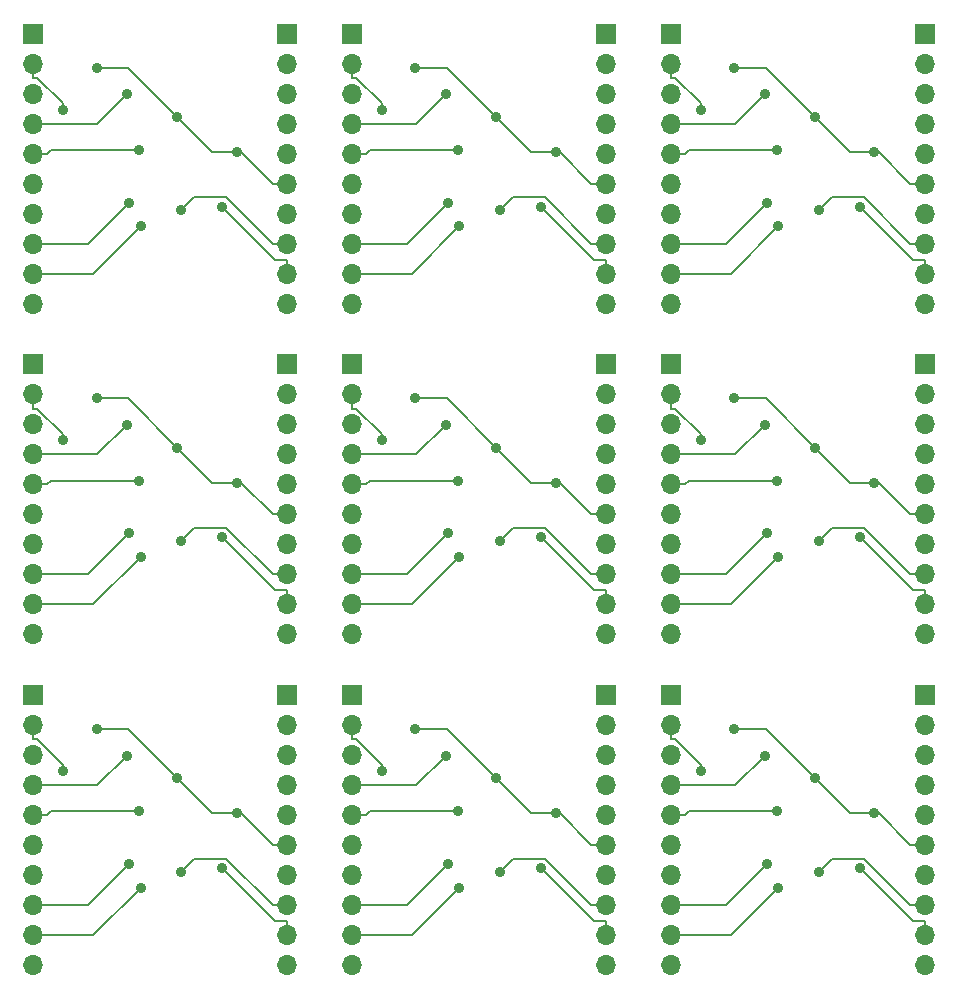
<source format=gbr>
G04 #@! TF.FileFunction,Copper,L2,Bot,Signal*
%FSLAX46Y46*%
G04 Gerber Fmt 4.6, Leading zero omitted, Abs format (unit mm)*
G04 Created by KiCad (PCBNEW 4.0.1-stable) date 2017/04/09 5:42:53*
%MOMM*%
G01*
G04 APERTURE LIST*
%ADD10C,0.100000*%
%ADD11R,1.700000X1.700000*%
%ADD12O,1.700000X1.700000*%
%ADD13C,0.889000*%
%ADD14C,0.203200*%
G04 APERTURE END LIST*
D10*
D11*
X182250000Y-43500000D03*
D12*
X182250000Y-46040000D03*
X182250000Y-48580000D03*
X182250000Y-51120000D03*
X182250000Y-53660000D03*
X182250000Y-56200000D03*
X182250000Y-58740000D03*
X182250000Y-61280000D03*
X182250000Y-63820000D03*
X182250000Y-66360000D03*
D11*
X160750000Y-43500000D03*
D12*
X160750000Y-46040000D03*
X160750000Y-48580000D03*
X160750000Y-51120000D03*
X160750000Y-53660000D03*
X160750000Y-56200000D03*
X160750000Y-58740000D03*
X160750000Y-61280000D03*
X160750000Y-63820000D03*
X160750000Y-66360000D03*
D11*
X133750000Y-43500000D03*
D12*
X133750000Y-46040000D03*
X133750000Y-48580000D03*
X133750000Y-51120000D03*
X133750000Y-53660000D03*
X133750000Y-56200000D03*
X133750000Y-58740000D03*
X133750000Y-61280000D03*
X133750000Y-63820000D03*
X133750000Y-66360000D03*
D11*
X155250000Y-43500000D03*
D12*
X155250000Y-46040000D03*
X155250000Y-48580000D03*
X155250000Y-51120000D03*
X155250000Y-53660000D03*
X155250000Y-56200000D03*
X155250000Y-58740000D03*
X155250000Y-61280000D03*
X155250000Y-63820000D03*
X155250000Y-66360000D03*
D11*
X128250000Y-43500000D03*
D12*
X128250000Y-46040000D03*
X128250000Y-48580000D03*
X128250000Y-51120000D03*
X128250000Y-53660000D03*
X128250000Y-56200000D03*
X128250000Y-58740000D03*
X128250000Y-61280000D03*
X128250000Y-63820000D03*
X128250000Y-66360000D03*
D11*
X106750000Y-43500000D03*
D12*
X106750000Y-46040000D03*
X106750000Y-48580000D03*
X106750000Y-51120000D03*
X106750000Y-53660000D03*
X106750000Y-56200000D03*
X106750000Y-58740000D03*
X106750000Y-61280000D03*
X106750000Y-63820000D03*
X106750000Y-66360000D03*
D11*
X106750000Y-71500000D03*
D12*
X106750000Y-74040000D03*
X106750000Y-76580000D03*
X106750000Y-79120000D03*
X106750000Y-81660000D03*
X106750000Y-84200000D03*
X106750000Y-86740000D03*
X106750000Y-89280000D03*
X106750000Y-91820000D03*
X106750000Y-94360000D03*
D11*
X128250000Y-71500000D03*
D12*
X128250000Y-74040000D03*
X128250000Y-76580000D03*
X128250000Y-79120000D03*
X128250000Y-81660000D03*
X128250000Y-84200000D03*
X128250000Y-86740000D03*
X128250000Y-89280000D03*
X128250000Y-91820000D03*
X128250000Y-94360000D03*
D11*
X155250000Y-71500000D03*
D12*
X155250000Y-74040000D03*
X155250000Y-76580000D03*
X155250000Y-79120000D03*
X155250000Y-81660000D03*
X155250000Y-84200000D03*
X155250000Y-86740000D03*
X155250000Y-89280000D03*
X155250000Y-91820000D03*
X155250000Y-94360000D03*
D11*
X133750000Y-71500000D03*
D12*
X133750000Y-74040000D03*
X133750000Y-76580000D03*
X133750000Y-79120000D03*
X133750000Y-81660000D03*
X133750000Y-84200000D03*
X133750000Y-86740000D03*
X133750000Y-89280000D03*
X133750000Y-91820000D03*
X133750000Y-94360000D03*
D11*
X160750000Y-71500000D03*
D12*
X160750000Y-74040000D03*
X160750000Y-76580000D03*
X160750000Y-79120000D03*
X160750000Y-81660000D03*
X160750000Y-84200000D03*
X160750000Y-86740000D03*
X160750000Y-89280000D03*
X160750000Y-91820000D03*
X160750000Y-94360000D03*
D11*
X182250000Y-71500000D03*
D12*
X182250000Y-74040000D03*
X182250000Y-76580000D03*
X182250000Y-79120000D03*
X182250000Y-81660000D03*
X182250000Y-84200000D03*
X182250000Y-86740000D03*
X182250000Y-89280000D03*
X182250000Y-91820000D03*
X182250000Y-94360000D03*
D11*
X182250000Y-99500000D03*
D12*
X182250000Y-102040000D03*
X182250000Y-104580000D03*
X182250000Y-107120000D03*
X182250000Y-109660000D03*
X182250000Y-112200000D03*
X182250000Y-114740000D03*
X182250000Y-117280000D03*
X182250000Y-119820000D03*
X182250000Y-122360000D03*
D11*
X160750000Y-99500000D03*
D12*
X160750000Y-102040000D03*
X160750000Y-104580000D03*
X160750000Y-107120000D03*
X160750000Y-109660000D03*
X160750000Y-112200000D03*
X160750000Y-114740000D03*
X160750000Y-117280000D03*
X160750000Y-119820000D03*
X160750000Y-122360000D03*
D11*
X133750000Y-99500000D03*
D12*
X133750000Y-102040000D03*
X133750000Y-104580000D03*
X133750000Y-107120000D03*
X133750000Y-109660000D03*
X133750000Y-112200000D03*
X133750000Y-114740000D03*
X133750000Y-117280000D03*
X133750000Y-119820000D03*
X133750000Y-122360000D03*
D11*
X155250000Y-99500000D03*
D12*
X155250000Y-102040000D03*
X155250000Y-104580000D03*
X155250000Y-107120000D03*
X155250000Y-109660000D03*
X155250000Y-112200000D03*
X155250000Y-114740000D03*
X155250000Y-117280000D03*
X155250000Y-119820000D03*
X155250000Y-122360000D03*
D11*
X128250000Y-99500000D03*
D12*
X128250000Y-102040000D03*
X128250000Y-104580000D03*
X128250000Y-107120000D03*
X128250000Y-109660000D03*
X128250000Y-112200000D03*
X128250000Y-114740000D03*
X128250000Y-117280000D03*
X128250000Y-119820000D03*
X128250000Y-122360000D03*
D11*
X106750000Y-99500000D03*
D12*
X106750000Y-102040000D03*
X106750000Y-104580000D03*
X106750000Y-107120000D03*
X106750000Y-109660000D03*
X106750000Y-112200000D03*
X106750000Y-114740000D03*
X106750000Y-117280000D03*
X106750000Y-119820000D03*
X106750000Y-122360000D03*
D13*
X178005300Y-53515400D03*
X172951600Y-50533900D03*
X166148000Y-46369000D03*
X139148000Y-46369000D03*
X145951600Y-50533900D03*
X151005300Y-53515400D03*
X124005300Y-53515400D03*
X118951600Y-50533900D03*
X112148000Y-46369000D03*
X112148000Y-74369000D03*
X118951600Y-78533900D03*
X124005300Y-81515400D03*
X151005300Y-81515400D03*
X145951600Y-78533900D03*
X139148000Y-74369000D03*
X166148000Y-74369000D03*
X172951600Y-78533900D03*
X178005300Y-81515400D03*
X178005300Y-109515400D03*
X172951600Y-106533900D03*
X166148000Y-102369000D03*
X139148000Y-102369000D03*
X145951600Y-106533900D03*
X151005300Y-109515400D03*
X124005300Y-109515400D03*
X118951600Y-106533900D03*
X112148000Y-102369000D03*
X163278800Y-49929300D03*
X136278800Y-49929300D03*
X109278800Y-49929300D03*
X109278800Y-77929300D03*
X136278800Y-77929300D03*
X163278800Y-77929300D03*
X163278800Y-105929300D03*
X136278800Y-105929300D03*
X109278800Y-105929300D03*
X168708900Y-48627000D03*
X141708900Y-48627000D03*
X114708900Y-48627000D03*
X114708900Y-76627000D03*
X141708900Y-76627000D03*
X168708900Y-76627000D03*
X168708900Y-104627000D03*
X141708900Y-104627000D03*
X114708900Y-104627000D03*
X169755900Y-53339100D03*
X142755900Y-53339100D03*
X115755900Y-53339100D03*
X115755900Y-81339100D03*
X142755900Y-81339100D03*
X169755900Y-81339100D03*
X169755900Y-109339100D03*
X142755900Y-109339100D03*
X115755900Y-109339100D03*
X168890200Y-57809800D03*
X141890200Y-57809800D03*
X114890200Y-57809800D03*
X114890200Y-85809800D03*
X141890200Y-85809800D03*
X168890200Y-85809800D03*
X168890200Y-113809800D03*
X141890200Y-113809800D03*
X114890200Y-113809800D03*
X169870100Y-59786800D03*
X142870100Y-59786800D03*
X115870100Y-59786800D03*
X115870100Y-87786800D03*
X142870100Y-87786800D03*
X169870100Y-87786800D03*
X169870100Y-115786800D03*
X142870100Y-115786800D03*
X115870100Y-115786800D03*
X173318700Y-58454500D03*
X146318700Y-58454500D03*
X119318700Y-58454500D03*
X119318700Y-86454500D03*
X146318700Y-86454500D03*
X173318700Y-86454500D03*
X173318700Y-114454500D03*
X146318700Y-114454500D03*
X119318700Y-114454500D03*
X176766900Y-58150000D03*
X149766900Y-58150000D03*
X122766900Y-58150000D03*
X122766900Y-86150000D03*
X149766900Y-86150000D03*
X176766900Y-86150000D03*
X176766900Y-114150000D03*
X149766900Y-114150000D03*
X122766900Y-114150000D03*
D14*
X182250000Y-56200000D02*
X181044100Y-56200000D01*
X178359500Y-53515400D02*
X178005300Y-53515400D01*
X181044100Y-56200000D02*
X178359500Y-53515400D01*
X175933100Y-53515400D02*
X178005300Y-53515400D01*
X172951600Y-50533900D02*
X175933100Y-53515400D01*
X168786700Y-46369000D02*
X166148000Y-46369000D01*
X172951600Y-50533900D02*
X168786700Y-46369000D01*
X145951600Y-50533900D02*
X141786700Y-46369000D01*
X141786700Y-46369000D02*
X139148000Y-46369000D01*
X145951600Y-50533900D02*
X148933100Y-53515400D01*
X148933100Y-53515400D02*
X151005300Y-53515400D01*
X154044100Y-56200000D02*
X151359500Y-53515400D01*
X151359500Y-53515400D02*
X151005300Y-53515400D01*
X155250000Y-56200000D02*
X154044100Y-56200000D01*
X128250000Y-56200000D02*
X127044100Y-56200000D01*
X124359500Y-53515400D02*
X124005300Y-53515400D01*
X127044100Y-56200000D02*
X124359500Y-53515400D01*
X121933100Y-53515400D02*
X124005300Y-53515400D01*
X118951600Y-50533900D02*
X121933100Y-53515400D01*
X114786700Y-46369000D02*
X112148000Y-46369000D01*
X118951600Y-50533900D02*
X114786700Y-46369000D01*
X118951600Y-78533900D02*
X114786700Y-74369000D01*
X114786700Y-74369000D02*
X112148000Y-74369000D01*
X118951600Y-78533900D02*
X121933100Y-81515400D01*
X121933100Y-81515400D02*
X124005300Y-81515400D01*
X127044100Y-84200000D02*
X124359500Y-81515400D01*
X124359500Y-81515400D02*
X124005300Y-81515400D01*
X128250000Y-84200000D02*
X127044100Y-84200000D01*
X155250000Y-84200000D02*
X154044100Y-84200000D01*
X151359500Y-81515400D02*
X151005300Y-81515400D01*
X154044100Y-84200000D02*
X151359500Y-81515400D01*
X148933100Y-81515400D02*
X151005300Y-81515400D01*
X145951600Y-78533900D02*
X148933100Y-81515400D01*
X141786700Y-74369000D02*
X139148000Y-74369000D01*
X145951600Y-78533900D02*
X141786700Y-74369000D01*
X172951600Y-78533900D02*
X168786700Y-74369000D01*
X168786700Y-74369000D02*
X166148000Y-74369000D01*
X172951600Y-78533900D02*
X175933100Y-81515400D01*
X175933100Y-81515400D02*
X178005300Y-81515400D01*
X181044100Y-84200000D02*
X178359500Y-81515400D01*
X178359500Y-81515400D02*
X178005300Y-81515400D01*
X182250000Y-84200000D02*
X181044100Y-84200000D01*
X182250000Y-112200000D02*
X181044100Y-112200000D01*
X178359500Y-109515400D02*
X178005300Y-109515400D01*
X181044100Y-112200000D02*
X178359500Y-109515400D01*
X175933100Y-109515400D02*
X178005300Y-109515400D01*
X172951600Y-106533900D02*
X175933100Y-109515400D01*
X168786700Y-102369000D02*
X166148000Y-102369000D01*
X172951600Y-106533900D02*
X168786700Y-102369000D01*
X145951600Y-106533900D02*
X141786700Y-102369000D01*
X141786700Y-102369000D02*
X139148000Y-102369000D01*
X145951600Y-106533900D02*
X148933100Y-109515400D01*
X148933100Y-109515400D02*
X151005300Y-109515400D01*
X154044100Y-112200000D02*
X151359500Y-109515400D01*
X151359500Y-109515400D02*
X151005300Y-109515400D01*
X155250000Y-112200000D02*
X154044100Y-112200000D01*
X128250000Y-112200000D02*
X127044100Y-112200000D01*
X124359500Y-109515400D02*
X124005300Y-109515400D01*
X127044100Y-112200000D02*
X124359500Y-109515400D01*
X121933100Y-109515400D02*
X124005300Y-109515400D01*
X118951600Y-106533900D02*
X121933100Y-109515400D01*
X114786700Y-102369000D02*
X112148000Y-102369000D01*
X118951600Y-106533900D02*
X114786700Y-102369000D01*
X160750000Y-46040000D02*
X160750000Y-47245900D01*
X163278800Y-49397900D02*
X163278800Y-49929300D01*
X161126800Y-47245900D02*
X163278800Y-49397900D01*
X160750000Y-47245900D02*
X161126800Y-47245900D01*
X133750000Y-47245900D02*
X134126800Y-47245900D01*
X134126800Y-47245900D02*
X136278800Y-49397900D01*
X136278800Y-49397900D02*
X136278800Y-49929300D01*
X133750000Y-46040000D02*
X133750000Y-47245900D01*
X106750000Y-46040000D02*
X106750000Y-47245900D01*
X109278800Y-49397900D02*
X109278800Y-49929300D01*
X107126800Y-47245900D02*
X109278800Y-49397900D01*
X106750000Y-47245900D02*
X107126800Y-47245900D01*
X106750000Y-75245900D02*
X107126800Y-75245900D01*
X107126800Y-75245900D02*
X109278800Y-77397900D01*
X109278800Y-77397900D02*
X109278800Y-77929300D01*
X106750000Y-74040000D02*
X106750000Y-75245900D01*
X133750000Y-74040000D02*
X133750000Y-75245900D01*
X136278800Y-77397900D02*
X136278800Y-77929300D01*
X134126800Y-75245900D02*
X136278800Y-77397900D01*
X133750000Y-75245900D02*
X134126800Y-75245900D01*
X160750000Y-75245900D02*
X161126800Y-75245900D01*
X161126800Y-75245900D02*
X163278800Y-77397900D01*
X163278800Y-77397900D02*
X163278800Y-77929300D01*
X160750000Y-74040000D02*
X160750000Y-75245900D01*
X160750000Y-102040000D02*
X160750000Y-103245900D01*
X163278800Y-105397900D02*
X163278800Y-105929300D01*
X161126800Y-103245900D02*
X163278800Y-105397900D01*
X160750000Y-103245900D02*
X161126800Y-103245900D01*
X133750000Y-103245900D02*
X134126800Y-103245900D01*
X134126800Y-103245900D02*
X136278800Y-105397900D01*
X136278800Y-105397900D02*
X136278800Y-105929300D01*
X133750000Y-102040000D02*
X133750000Y-103245900D01*
X106750000Y-102040000D02*
X106750000Y-103245900D01*
X109278800Y-105397900D02*
X109278800Y-105929300D01*
X107126800Y-103245900D02*
X109278800Y-105397900D01*
X106750000Y-103245900D02*
X107126800Y-103245900D01*
X166215900Y-51120000D02*
X168708900Y-48627000D01*
X160750000Y-51120000D02*
X166215900Y-51120000D01*
X133750000Y-51120000D02*
X139215900Y-51120000D01*
X139215900Y-51120000D02*
X141708900Y-48627000D01*
X112215900Y-51120000D02*
X114708900Y-48627000D01*
X106750000Y-51120000D02*
X112215900Y-51120000D01*
X106750000Y-79120000D02*
X112215900Y-79120000D01*
X112215900Y-79120000D02*
X114708900Y-76627000D01*
X139215900Y-79120000D02*
X141708900Y-76627000D01*
X133750000Y-79120000D02*
X139215900Y-79120000D01*
X160750000Y-79120000D02*
X166215900Y-79120000D01*
X166215900Y-79120000D02*
X168708900Y-76627000D01*
X166215900Y-107120000D02*
X168708900Y-104627000D01*
X160750000Y-107120000D02*
X166215900Y-107120000D01*
X133750000Y-107120000D02*
X139215900Y-107120000D01*
X139215900Y-107120000D02*
X141708900Y-104627000D01*
X112215900Y-107120000D02*
X114708900Y-104627000D01*
X106750000Y-107120000D02*
X112215900Y-107120000D01*
X160750000Y-53660000D02*
X161955900Y-53660000D01*
X162276800Y-53339100D02*
X169755900Y-53339100D01*
X161955900Y-53660000D02*
X162276800Y-53339100D01*
X134955900Y-53660000D02*
X135276800Y-53339100D01*
X135276800Y-53339100D02*
X142755900Y-53339100D01*
X133750000Y-53660000D02*
X134955900Y-53660000D01*
X106750000Y-53660000D02*
X107955900Y-53660000D01*
X108276800Y-53339100D02*
X115755900Y-53339100D01*
X107955900Y-53660000D02*
X108276800Y-53339100D01*
X107955900Y-81660000D02*
X108276800Y-81339100D01*
X108276800Y-81339100D02*
X115755900Y-81339100D01*
X106750000Y-81660000D02*
X107955900Y-81660000D01*
X133750000Y-81660000D02*
X134955900Y-81660000D01*
X135276800Y-81339100D02*
X142755900Y-81339100D01*
X134955900Y-81660000D02*
X135276800Y-81339100D01*
X161955900Y-81660000D02*
X162276800Y-81339100D01*
X162276800Y-81339100D02*
X169755900Y-81339100D01*
X160750000Y-81660000D02*
X161955900Y-81660000D01*
X160750000Y-109660000D02*
X161955900Y-109660000D01*
X162276800Y-109339100D02*
X169755900Y-109339100D01*
X161955900Y-109660000D02*
X162276800Y-109339100D01*
X134955900Y-109660000D02*
X135276800Y-109339100D01*
X135276800Y-109339100D02*
X142755900Y-109339100D01*
X133750000Y-109660000D02*
X134955900Y-109660000D01*
X106750000Y-109660000D02*
X107955900Y-109660000D01*
X108276800Y-109339100D02*
X115755900Y-109339100D01*
X107955900Y-109660000D02*
X108276800Y-109339100D01*
X160750000Y-61280000D02*
X161955900Y-61280000D01*
X165420000Y-61280000D02*
X168890200Y-57809800D01*
X161955900Y-61280000D02*
X165420000Y-61280000D01*
X134955900Y-61280000D02*
X138420000Y-61280000D01*
X138420000Y-61280000D02*
X141890200Y-57809800D01*
X133750000Y-61280000D02*
X134955900Y-61280000D01*
X106750000Y-61280000D02*
X107955900Y-61280000D01*
X111420000Y-61280000D02*
X114890200Y-57809800D01*
X107955900Y-61280000D02*
X111420000Y-61280000D01*
X107955900Y-89280000D02*
X111420000Y-89280000D01*
X111420000Y-89280000D02*
X114890200Y-85809800D01*
X106750000Y-89280000D02*
X107955900Y-89280000D01*
X133750000Y-89280000D02*
X134955900Y-89280000D01*
X138420000Y-89280000D02*
X141890200Y-85809800D01*
X134955900Y-89280000D02*
X138420000Y-89280000D01*
X161955900Y-89280000D02*
X165420000Y-89280000D01*
X165420000Y-89280000D02*
X168890200Y-85809800D01*
X160750000Y-89280000D02*
X161955900Y-89280000D01*
X160750000Y-117280000D02*
X161955900Y-117280000D01*
X165420000Y-117280000D02*
X168890200Y-113809800D01*
X161955900Y-117280000D02*
X165420000Y-117280000D01*
X134955900Y-117280000D02*
X138420000Y-117280000D01*
X138420000Y-117280000D02*
X141890200Y-113809800D01*
X133750000Y-117280000D02*
X134955900Y-117280000D01*
X106750000Y-117280000D02*
X107955900Y-117280000D01*
X111420000Y-117280000D02*
X114890200Y-113809800D01*
X107955900Y-117280000D02*
X111420000Y-117280000D01*
X165836900Y-63820000D02*
X169870100Y-59786800D01*
X160750000Y-63820000D02*
X165836900Y-63820000D01*
X133750000Y-63820000D02*
X138836900Y-63820000D01*
X138836900Y-63820000D02*
X142870100Y-59786800D01*
X111836900Y-63820000D02*
X115870100Y-59786800D01*
X106750000Y-63820000D02*
X111836900Y-63820000D01*
X106750000Y-91820000D02*
X111836900Y-91820000D01*
X111836900Y-91820000D02*
X115870100Y-87786800D01*
X138836900Y-91820000D02*
X142870100Y-87786800D01*
X133750000Y-91820000D02*
X138836900Y-91820000D01*
X160750000Y-91820000D02*
X165836900Y-91820000D01*
X165836900Y-91820000D02*
X169870100Y-87786800D01*
X165836900Y-119820000D02*
X169870100Y-115786800D01*
X160750000Y-119820000D02*
X165836900Y-119820000D01*
X133750000Y-119820000D02*
X138836900Y-119820000D01*
X138836900Y-119820000D02*
X142870100Y-115786800D01*
X111836900Y-119820000D02*
X115870100Y-115786800D01*
X106750000Y-119820000D02*
X111836900Y-119820000D01*
X182250000Y-61280000D02*
X181044100Y-61280000D01*
X174428700Y-57344500D02*
X173318700Y-58454500D01*
X177108600Y-57344500D02*
X174428700Y-57344500D01*
X181044100Y-61280000D02*
X177108600Y-57344500D01*
X154044100Y-61280000D02*
X150108600Y-57344500D01*
X150108600Y-57344500D02*
X147428700Y-57344500D01*
X147428700Y-57344500D02*
X146318700Y-58454500D01*
X155250000Y-61280000D02*
X154044100Y-61280000D01*
X128250000Y-61280000D02*
X127044100Y-61280000D01*
X120428700Y-57344500D02*
X119318700Y-58454500D01*
X123108600Y-57344500D02*
X120428700Y-57344500D01*
X127044100Y-61280000D02*
X123108600Y-57344500D01*
X127044100Y-89280000D02*
X123108600Y-85344500D01*
X123108600Y-85344500D02*
X120428700Y-85344500D01*
X120428700Y-85344500D02*
X119318700Y-86454500D01*
X128250000Y-89280000D02*
X127044100Y-89280000D01*
X155250000Y-89280000D02*
X154044100Y-89280000D01*
X147428700Y-85344500D02*
X146318700Y-86454500D01*
X150108600Y-85344500D02*
X147428700Y-85344500D01*
X154044100Y-89280000D02*
X150108600Y-85344500D01*
X181044100Y-89280000D02*
X177108600Y-85344500D01*
X177108600Y-85344500D02*
X174428700Y-85344500D01*
X174428700Y-85344500D02*
X173318700Y-86454500D01*
X182250000Y-89280000D02*
X181044100Y-89280000D01*
X182250000Y-117280000D02*
X181044100Y-117280000D01*
X174428700Y-113344500D02*
X173318700Y-114454500D01*
X177108600Y-113344500D02*
X174428700Y-113344500D01*
X181044100Y-117280000D02*
X177108600Y-113344500D01*
X154044100Y-117280000D02*
X150108600Y-113344500D01*
X150108600Y-113344500D02*
X147428700Y-113344500D01*
X147428700Y-113344500D02*
X146318700Y-114454500D01*
X155250000Y-117280000D02*
X154044100Y-117280000D01*
X128250000Y-117280000D02*
X127044100Y-117280000D01*
X120428700Y-113344500D02*
X119318700Y-114454500D01*
X123108600Y-113344500D02*
X120428700Y-113344500D01*
X127044100Y-117280000D02*
X123108600Y-113344500D01*
X181231000Y-62614100D02*
X176766900Y-58150000D01*
X182250000Y-62614100D02*
X181231000Y-62614100D01*
X182250000Y-63820000D02*
X182250000Y-62614100D01*
X155250000Y-63820000D02*
X155250000Y-62614100D01*
X155250000Y-62614100D02*
X154231000Y-62614100D01*
X154231000Y-62614100D02*
X149766900Y-58150000D01*
X127231000Y-62614100D02*
X122766900Y-58150000D01*
X128250000Y-62614100D02*
X127231000Y-62614100D01*
X128250000Y-63820000D02*
X128250000Y-62614100D01*
X128250000Y-91820000D02*
X128250000Y-90614100D01*
X128250000Y-90614100D02*
X127231000Y-90614100D01*
X127231000Y-90614100D02*
X122766900Y-86150000D01*
X154231000Y-90614100D02*
X149766900Y-86150000D01*
X155250000Y-90614100D02*
X154231000Y-90614100D01*
X155250000Y-91820000D02*
X155250000Y-90614100D01*
X182250000Y-91820000D02*
X182250000Y-90614100D01*
X182250000Y-90614100D02*
X181231000Y-90614100D01*
X181231000Y-90614100D02*
X176766900Y-86150000D01*
X181231000Y-118614100D02*
X176766900Y-114150000D01*
X182250000Y-118614100D02*
X181231000Y-118614100D01*
X182250000Y-119820000D02*
X182250000Y-118614100D01*
X155250000Y-119820000D02*
X155250000Y-118614100D01*
X155250000Y-118614100D02*
X154231000Y-118614100D01*
X154231000Y-118614100D02*
X149766900Y-114150000D01*
X127231000Y-118614100D02*
X122766900Y-114150000D01*
X128250000Y-118614100D02*
X127231000Y-118614100D01*
X128250000Y-119820000D02*
X128250000Y-118614100D01*
M02*

</source>
